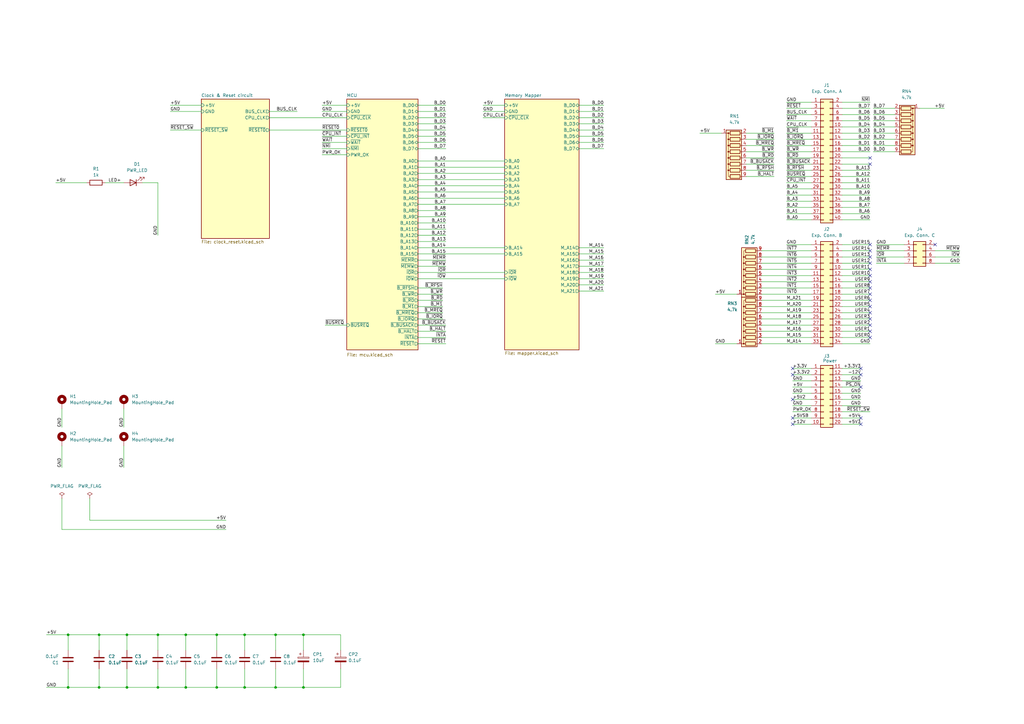
<source format=kicad_sch>
(kicad_sch (version 20231120) (generator "eeschema") (generator_version "8.0")
  (paper "A3")
  (title_block (title "SZC-1 board with Expansion Bus C V2") (date "2024-03-15") (rev "2.0"))
  (lib_symbols
    (symbol "Connector_Generic:Conn_02x04_Odd_Even" (pin_names (offset 1.016) hide)
      (property "Reference" "J" (at 1.27 5.08 0))
      (property "Value" "Conn_02x04_Odd_Even" (at 1.27 -7.62 0))
      (symbol "Conn_02x04_Odd_Even_1_1"
        (pin passive line (at -5.08 2.54 0) (length 3.81) (name "Pin_1") (number "1"))
        (pin passive line (at 7.62 2.54 180) (length 3.81) (name "Pin_2") (number "2"))
        (pin passive line (at -5.08 0 0) (length 3.81) (name "Pin_3") (number "3"))
        (pin passive line (at 7.62 0 180) (length 3.81) (name "Pin_4") (number "4"))
        (pin passive line (at -5.08 -2.54 0) (length 3.81) (name "Pin_5") (number "5"))
        (pin passive line (at 7.62 -2.54 180) (length 3.81) (name "Pin_6") (number "6"))
        (pin passive line (at -5.08 -5.08 0) (length 3.81) (name "Pin_7") (number "7"))
        (pin passive line (at 7.62 -5.08 180) (length 3.81) (name "Pin_8") (number "8"))
      )
    )
    (symbol "Connector_Generic:Conn_02x10_Top_Bottom" (pin_names (offset 1.016) hide)
      (property "Reference" "J" (at 1.27 12.7 0))
      (property "Value" "Conn_02x10_Top_Bottom" (at 1.27 -15.24 0))
      (symbol "Conn_02x10_Top_Bottom_1_1"
        (pin passive line (at -5.08 10.16 0) (length 3.81) (name "Pin_1") (number "1"))
        (pin passive line (at -5.08 -12.7 0) (length 3.81) (name "Pin_10") (number "10"))
        (pin passive line (at 7.62 10.16 180) (length 3.81) (name "Pin_11") (number "11"))
        (pin passive line (at 7.62 7.62 180) (length 3.81) (name "Pin_12") (number "12"))
        (pin passive line (at 7.62 5.08 180) (length 3.81) (name "Pin_13") (number "13"))
        (pin passive line (at 7.62 2.54 180) (length 3.81) (name "Pin_14") (number "14"))
        (pin passive line (at 7.62 0 180) (length 3.81) (name "Pin_15") (number "15"))
        (pin passive line (at 7.62 -2.54 180) (length 3.81) (name "Pin_16") (number "16"))
        (pin passive line (at 7.62 -5.08 180) (length 3.81) (name "Pin_17") (number "17"))
        (pin passive line (at 7.62 -7.62 180) (length 3.81) (name "Pin_18") (number "18"))
        (pin passive line (at 7.62 -10.16 180) (length 3.81) (name "Pin_19") (number "19"))
        (pin passive line (at -5.08 7.62 0) (length 3.81) (name "Pin_2") (number "2"))
        (pin passive line (at 7.62 -12.7 180) (length 3.81) (name "Pin_20") (number "20"))
        (pin passive line (at -5.08 5.08 0) (length 3.81) (name "Pin_3") (number "3"))
        (pin passive line (at -5.08 2.54 0) (length 3.81) (name "Pin_4") (number "4"))
        (pin passive line (at -5.08 0 0) (length 3.81) (name "Pin_5") (number "5"))
        (pin passive line (at -5.08 -2.54 0) (length 3.81) (name "Pin_6") (number "6"))
        (pin passive line (at -5.08 -5.08 0) (length 3.81) (name "Pin_7") (number "7"))
        (pin passive line (at -5.08 -7.62 0) (length 3.81) (name "Pin_8") (number "8"))
        (pin passive line (at -5.08 -10.16 0) (length 3.81) (name "Pin_9") (number "9"))
      )
    )
    (symbol "Connector_Generic:Conn_02x17_Odd_Even" (pin_names (offset 1.016) hide)
      (property "Reference" "J" (at 1.27 22.86 0))
      (property "Value" "Conn_02x17_Odd_Even" (at 1.27 -22.86 0))
      (symbol "Conn_02x17_Odd_Even_1_1"
        (pin passive line (at -5.08 20.32 0) (length 3.81) (name "Pin_1") (number "1"))
        (pin passive line (at 7.62 10.16 180) (length 3.81) (name "Pin_10") (number "10"))
        (pin passive line (at -5.08 7.62 0) (length 3.81) (name "Pin_11") (number "11"))
        (pin passive line (at 7.62 7.62 180) (length 3.81) (name "Pin_12") (number "12"))
        (pin passive line (at -5.08 5.08 0) (length 3.81) (name "Pin_13") (number "13"))
        (pin passive line (at 7.62 5.08 180) (length 3.81) (name "Pin_14") (number "14"))
        (pin passive line (at -5.08 2.54 0) (length 3.81) (name "Pin_15") (number "15"))
        (pin passive line (at 7.62 2.54 180) (length 3.81) (name "Pin_16") (number "16"))
        (pin passive line (at -5.08 0 0) (length 3.81) (name "Pin_17") (number "17"))
        (pin passive line (at 7.62 0 180) (length 3.81) (name "Pin_18") (number "18"))
        (pin passive line (at -5.08 -2.54 0) (length 3.81) (name "Pin_19") (number "19"))
        (pin passive line (at 7.62 20.32 180) (length 3.81) (name "Pin_2") (number "2"))
        (pin passive line (at 7.62 -2.54 180) (length 3.81) (name "Pin_20") (number "20"))
        (pin passive line (at -5.08 -5.08 0) (length 3.81) (name "Pin_21") (number "21"))
        (pin passive line (at 7.62 -5.08 180) (length 3.81) (name "Pin_22") (number "22"))
        (pin passive line (at -5.08 -7.62 0) (length 3.81) (name "Pin_23") (number "23"))
        (pin passive line (at 7.62 -7.62 180) (length 3.81) (name "Pin_24") (number "24"))
        (pin passive line (at -5.08 -10.16 0) (length 3.81) (name "Pin_25") (number "25"))
        (pin passive line (at 7.62 -10.16 180) (length 3.81) (name "Pin_26") (number "26"))
        (pin passive line (at -5.08 -12.7 0) (length 3.81) (name "Pin_27") (number "27"))
        (pin passive line (at 7.62 -12.7 180) (length 3.81) (name "Pin_28") (number "28"))
        (pin passive line (at -5.08 -15.24 0) (length 3.81) (name "Pin_29") (number "29"))
        (pin passive line (at -5.08 17.78 0) (length 3.81) (name "Pin_3") (number "3"))
        (pin passive line (at 7.62 -15.24 180) (length 3.81) (name "Pin_30") (number "30"))
        (pin passive line (at -5.08 -17.78 0) (length 3.81) (name "Pin_31") (number "31"))
        (pin passive line (at 7.62 -17.78 180) (length 3.81) (name "Pin_32") (number "32"))
        (pin passive line (at -5.08 -20.32 0) (length 3.81) (name "Pin_33") (number "33"))
        (pin passive line (at 7.62 -20.32 180) (length 3.81) (name "Pin_34") (number "34"))
        (pin passive line (at 7.62 17.78 180) (length 3.81) (name "Pin_4") (number "4"))
        (pin passive line (at -5.08 15.24 0) (length 3.81) (name "Pin_5") (number "5"))
        (pin passive line (at 7.62 15.24 180) (length 3.81) (name "Pin_6") (number "6"))
        (pin passive line (at -5.08 12.7 0) (length 3.81) (name "Pin_7") (number "7"))
        (pin passive line (at 7.62 12.7 180) (length 3.81) (name "Pin_8") (number "8"))
        (pin passive line (at -5.08 10.16 0) (length 3.81) (name "Pin_9") (number "9"))
      )
    )
    (symbol "Connector_Generic:Conn_02x20_Odd_Even" (pin_names (offset 1.016) hide)
      (property "Reference" "J" (at 1.27 25.4 0))
      (property "Value" "Conn_02x20_Odd_Even" (at 1.27 -27.94 0))
      (symbol "Conn_02x20_Odd_Even_1_1"
        (pin passive line (at -5.08 22.86 0) (length 3.81) (name "Pin_1") (number "1"))
        (pin passive line (at 7.62 12.7 180) (length 3.81) (name "Pin_10") (number "10"))
        (pin passive line (at -5.08 10.16 0) (length 3.81) (name "Pin_11") (number "11"))
        (pin passive line (at 7.62 10.16 180) (length 3.81) (name "Pin_12") (number "12"))
        (pin passive line (at -5.08 7.62 0) (length 3.81) (name "Pin_13") (number "13"))
        (pin passive line (at 7.62 7.62 180) (length 3.81) (name "Pin_14") (number "14"))
        (pin passive line (at -5.08 5.08 0) (length 3.81) (name "Pin_15") (number "15"))
        (pin passive line (at 7.62 5.08 180) (length 3.81) (name "Pin_16") (number "16"))
        (pin passive line (at -5.08 2.54 0) (length 3.81) (name "Pin_17") (number "17"))
        (pin passive line (at 7.62 2.54 180) (length 3.81) (name "Pin_18") (number "18"))
        (pin passive line (at -5.08 0 0) (length 3.81) (name "Pin_19") (number "19"))
        (pin passive line (at 7.62 22.86 180) (length 3.81) (name "Pin_2") (number "2"))
        (pin passive line (at 7.62 0 180) (length 3.81) (name "Pin_20") (number "20"))
        (pin passive line (at -5.08 -2.54 0) (length 3.81) (name "Pin_21") (number "21"))
        (pin passive line (at 7.62 -2.54 180) (length 3.81) (name "Pin_22") (number "22"))
        (pin passive line (at -5.08 -5.08 0) (length 3.81) (name "Pin_23") (number "23"))
        (pin passive line (at 7.62 -5.08 180) (length 3.81) (name "Pin_24") (number "24"))
        (pin passive line (at -5.08 -7.62 0) (length 3.81) (name "Pin_25") (number "25"))
        (pin passive line (at 7.62 -7.62 180) (length 3.81) (name "Pin_26") (number "26"))
        (pin passive line (at -5.08 -10.16 0) (length 3.81) (name "Pin_27") (number "27"))
        (pin passive line (at 7.62 -10.16 180) (length 3.81) (name "Pin_28") (number "28"))
        (pin passive line (at -5.08 -12.7 0) (length 3.81) (name "Pin_29") (number "29"))
        (pin passive line (at -5.08 20.32 0) (length 3.81) (name "Pin_3") (number "3"))
        (pin passive line (at 7.62 -12.7 180) (length 3.81) (name "Pin_30") (number "30"))
        (pin passive line (at -5.08 -15.24 0) (length 3.81) (name "Pin_31") (number "31"))
        (pin passive line (at 7.62 -15.24 180) (length 3.81) (name "Pin_32") (number "32"))
        (pin passive line (at -5.08 -17.78 0) (length 3.81) (name "Pin_33") (number "33"))
        (pin passive line (at 7.62 -17.78 180) (length 3.81) (name "Pin_34") (number "34"))
        (pin passive line (at -5.08 -20.32 0) (length 3.81) (name "Pin_35") (number "35"))
        (pin passive line (at 7.62 -20.32 180) (length 3.81) (name "Pin_36") (number "36"))
        (pin passive line (at -5.08 -22.86 0) (length 3.81) (name "Pin_37") (number "37"))
        (pin passive line (at 7.62 -22.86 180) (length 3.81) (name "Pin_38") (number "38"))
        (pin passive line (at -5.08 -25.4 0) (length 3.81) (name "Pin_39") (number "39"))
        (pin passive line (at 7.62 20.32 180) (length 3.81) (name "Pin_4") (number "4"))
        (pin passive line (at 7.62 -25.4 180) (length 3.81) (name "Pin_40") (number "40"))
        (pin passive line (at -5.08 17.78 0) (length 3.81) (name "Pin_5") (number "5"))
        (pin passive line (at 7.62 17.78 180) (length 3.81) (name "Pin_6") (number "6"))
        (pin passive line (at -5.08 15.24 0) (length 3.81) (name "Pin_7") (number "7"))
        (pin passive line (at 7.62 15.24 180) (length 3.81) (name "Pin_8") (number "8"))
        (pin passive line (at -5.08 12.7 0) (length 3.81) (name "Pin_9") (number "9"))
      )
    )
    (symbol "Device:C" (pin_numbers hide) (pin_names (offset 0.254))
      (property "Reference" "C" (at 0.635 2.54 0))
      (property "Value" "C" (at 0.635 -2.54 0))
      (symbol "C_1_1"
        (pin passive line (at 0 3.81 270) (length 2.794) (name "~") (number "1"))
        (pin passive line (at 0 -3.81 90) (length 2.794) (name "~") (number "2"))
      )
    )
    (symbol "Device:C_Polarized" (pin_numbers hide) (pin_names (offset 0.254))
      (property "Reference" "C" (at 0.635 2.54 0))
      (property "Value" "C_Polarized" (at 0.635 -2.54 0))
      (symbol "C_Polarized_1_1"
        (pin passive line (at 0 3.81 270) (length 2.794) (name "~") (number "1"))
        (pin passive line (at 0 -3.81 90) (length 2.794) (name "~") (number "2"))
      )
    )
    (symbol "Device:LED" (pin_numbers hide) (pin_names (offset 1.016) hide)
      (property "Reference" "D" (at 0 2.54 0))
      (property "Value" "LED" (at 0 -2.54 0))
      (symbol "LED_1_1"
        (pin passive line (at -3.81 0 0) (length 2.54) (name "K") (number "1"))
        (pin passive line (at 3.81 0 180) (length 2.54) (name "A") (number "2"))
      )
    )
    (symbol "Device:R" (pin_numbers hide) (pin_names (offset 0))
      (property "Reference" "R" (at 2.032 0 90))
      (property "Value" "R" (at 0 0 90))
      (symbol "R_1_1"
        (pin passive line (at 0 3.81 270) (length 1.27) (name "~") (number "1"))
        (pin passive line (at 0 -3.81 90) (length 1.27) (name "~") (number "2"))
      )
    )
    (symbol "Device:R_Network08" (pin_names (offset 0) hide)
      (property "Reference" "RN" (at -12.7 0 90))
      (property "Value" "R_Network08" (at 10.16 0 90))
      (symbol "R_Network08_1_1"
        (pin passive line (at -10.16 5.08 270) (length 2.54) (name "common") (number "1"))
        (pin passive line (at -10.16 -5.08 90) (length 1.27) (name "R1") (number "2"))
        (pin passive line (at -7.62 -5.08 90) (length 1.27) (name "R2") (number "3"))
        (pin passive line (at -5.08 -5.08 90) (length 1.27) (name "R3") (number "4"))
        (pin passive line (at -2.54 -5.08 90) (length 1.27) (name "R4") (number "5"))
        (pin passive line (at 0 -5.08 90) (length 1.27) (name "R5") (number "6"))
        (pin passive line (at 2.54 -5.08 90) (length 1.27) (name "R6") (number "7"))
        (pin passive line (at 5.08 -5.08 90) (length 1.27) (name "R7") (number "8"))
        (pin passive line (at 7.62 -5.08 90) (length 1.27) (name "R8") (number "9"))
      )
    )
    (symbol "Mechanical:MountingHole_Pad" (pin_numbers hide) (pin_names (offset 1.016) hide)
      (property "Reference" "H" (at 0 6.35 0))
      (property "Value" "MountingHole_Pad" (at 0 4.445 0))
      (symbol "MountingHole_Pad_1_1"
        (pin input line (at 0 -2.54 90) (length 2.54) (name "1") (number "1"))
      )
    )
    (symbol "power:PWR_FLAG" (power) (pin_numbers hide) (pin_names (offset 0) hide)
      (property "Value" "PWR_FLAG" (at 0 3.81 0))
      (symbol "PWR_FLAG_0_0"
        (pin power_out line (at 0 0 90) (length 0) (name "~") (number "1"))
      )
    )
  )
  (junction (at 40.64 260.35))
  (junction (at 88.9 281.94))
  (junction (at 124.46 281.94))
  (junction (at 64.77 260.35))
  (junction (at 124.46 260.35))
  (junction (at 113.03 260.35))
  (junction (at 76.2 281.94))
  (junction (at 76.2 260.35))
  (junction (at 100.33 281.94))
  (junction (at 27.94 281.94))
  (junction (at 88.9 260.35))
  (junction (at 64.77 281.94))
  (junction (at 27.94 260.35))
  (junction (at 40.64 281.94))
  (junction (at 113.03 281.94))
  (junction (at 100.33 260.35))
  (junction (at 52.07 260.35))
  (junction (at 52.07 281.94))
  (no_connect (at 325.12 151.13))
  (no_connect (at 325.12 171.45))
  (no_connect (at 356.87 133.35))
  (no_connect (at 383.54 100.33))
  (no_connect (at 356.87 115.57))
  (no_connect (at 356.87 135.89))
  (no_connect (at 356.87 110.49))
  (no_connect (at 356.87 107.95))
  (no_connect (at 356.87 64.77))
  (no_connect (at 325.12 153.67))
  (no_connect (at 356.87 113.03))
  (no_connect (at 356.87 128.27))
  (no_connect (at 353.06 158.75))
  (no_connect (at 356.87 102.87))
  (no_connect (at 353.06 153.67))
  (no_connect (at 356.87 138.43))
  (no_connect (at 356.87 67.31))
  (no_connect (at 356.87 120.65))
  (no_connect (at 356.87 130.81))
  (no_connect (at 356.87 125.73))
  (no_connect (at 356.87 118.11))
  (no_connect (at 325.12 173.99))
  (no_connect (at 356.87 105.41))
  (no_connect (at 325.12 163.83))
  (no_connect (at 353.06 171.45))
  (no_connect (at 356.87 100.33))
  (no_connect (at 356.87 123.19))
  (no_connect (at 353.06 151.13))
  (no_connect (at 353.06 173.99))
  (wire (pts (xy 171.45 111.76) (xy 207.01 111.76)))
  (wire (pts (xy 171.45 76.2) (xy 207.01 76.2)))
  (wire (pts (xy 356.87 57.15) (xy 345.44 57.15)))
  (wire (pts (xy 182.88 135.89) (xy 171.45 135.89)))
  (wire (pts (xy 237.49 50.8) (xy 247.65 50.8)))
  (wire (pts (xy 64.77 260.35) (xy 76.2 260.35)))
  (wire (pts (xy 383.54 102.87) (xy 393.7 102.87)))
  (wire (pts (xy 25.4 204.47) (xy 25.4 217.17)))
  (wire (pts (xy 43.18 74.93) (xy 50.8 74.93)))
  (wire (pts (xy 359.41 100.33) (xy 370.84 100.33)))
  (wire (pts (xy 312.42 105.41) (xy 332.74 105.41)))
  (wire (pts (xy 387.35 44.45) (xy 377.19 44.45)))
  (wire (pts (xy 171.45 114.3) (xy 207.01 114.3)))
  (wire (pts (xy 312.42 107.95) (xy 332.74 107.95)))
  (wire (pts (xy 69.85 53.34) (xy 82.55 53.34)))
  (wire (pts (xy 322.58 57.15) (xy 332.74 57.15)))
  (wire (pts (xy 317.5 67.31) (xy 306.07 67.31)))
  (wire (pts (xy 353.06 151.13) (xy 345.44 151.13)))
  (wire (pts (xy 322.58 67.31) (xy 332.74 67.31)))
  (wire (pts (xy 345.44 110.49) (xy 356.87 110.49)))
  (wire (pts (xy 19.05 260.35) (xy 27.94 260.35)))
  (wire (pts (xy 121.92 45.72) (xy 110.49 45.72)))
  (wire (pts (xy 302.26 140.97) (xy 293.37 140.97)))
  (wire (pts (xy 52.07 274.32) (xy 52.07 281.94)))
  (wire (pts (xy 50.8 167.64) (xy 50.8 175.26)))
  (wire (pts (xy 171.45 60.96) (xy 182.88 60.96)))
  (wire (pts (xy 171.45 101.6) (xy 207.01 101.6)))
  (wire (pts (xy 27.94 274.32) (xy 27.94 281.94)))
  (wire (pts (xy 325.12 173.99) (xy 332.74 173.99)))
  (wire (pts (xy 353.06 171.45) (xy 345.44 171.45)))
  (wire (pts (xy 367.03 52.07) (xy 358.14 52.07)))
  (wire (pts (xy 182.88 133.35) (xy 171.45 133.35)))
  (wire (pts (xy 312.42 133.35) (xy 332.74 133.35)))
  (wire (pts (xy 312.42 120.65) (xy 332.74 120.65)))
  (wire (pts (xy 40.64 274.32) (xy 40.64 281.94)))
  (wire (pts (xy 171.45 71.12) (xy 207.01 71.12)))
  (wire (pts (xy 27.94 260.35) (xy 40.64 260.35)))
  (wire (pts (xy 182.88 86.36) (xy 171.45 86.36)))
  (wire (pts (xy 356.87 62.23) (xy 345.44 62.23)))
  (wire (pts (xy 182.88 93.98) (xy 171.45 93.98)))
  (wire (pts (xy 113.03 274.32) (xy 113.03 281.94)))
  (wire (pts (xy 370.84 105.41) (xy 359.41 105.41)))
  (wire (pts (xy 322.58 90.17) (xy 332.74 90.17)))
  (wire (pts (xy 356.87 140.97) (xy 345.44 140.97)))
  (wire (pts (xy 356.87 72.39) (xy 345.44 72.39)))
  (wire (pts (xy 317.5 59.69) (xy 306.07 59.69)))
  (wire (pts (xy 76.2 260.35) (xy 88.9 260.35)))
  (wire (pts (xy 181.61 128.27) (xy 171.45 128.27)))
  (wire (pts (xy 132.08 43.18) (xy 142.24 43.18)))
  (wire (pts (xy 356.87 77.47) (xy 345.44 77.47)))
  (wire (pts (xy 25.4 182.88) (xy 25.4 191.77)))
  (wire (pts (xy 171.45 138.43) (xy 182.88 138.43)))
  (wire (pts (xy 370.84 102.87) (xy 359.41 102.87)))
  (wire (pts (xy 322.58 62.23) (xy 332.74 62.23)))
  (wire (pts (xy 325.12 166.37) (xy 332.74 166.37)))
  (wire (pts (xy 356.87 82.55) (xy 345.44 82.55)))
  (wire (pts (xy 182.88 109.22) (xy 171.45 109.22)))
  (wire (pts (xy 100.33 260.35) (xy 113.03 260.35)))
  (wire (pts (xy 171.45 68.58) (xy 207.01 68.58)))
  (wire (pts (xy 353.06 166.37) (xy 345.44 166.37)))
  (wire (pts (xy 345.44 107.95) (xy 356.87 107.95)))
  (wire (pts (xy 182.88 106.68) (xy 171.45 106.68)))
  (wire (pts (xy 325.12 158.75) (xy 332.74 158.75)))
  (wire (pts (xy 356.87 74.93) (xy 345.44 74.93)))
  (wire (pts (xy 182.88 99.06) (xy 171.45 99.06)))
  (wire (pts (xy 19.05 281.94) (xy 27.94 281.94)))
  (wire (pts (xy 132.08 55.88) (xy 142.24 55.88)))
  (wire (pts (xy 124.46 260.35) (xy 124.46 266.7)))
  (wire (pts (xy 322.58 74.93) (xy 332.74 74.93)))
  (wire (pts (xy 124.46 260.35) (xy 139.7 260.35)))
  (wire (pts (xy 317.5 54.61) (xy 306.07 54.61)))
  (wire (pts (xy 356.87 69.85) (xy 345.44 69.85)))
  (wire (pts (xy 356.87 123.19) (xy 345.44 123.19)))
  (wire (pts (xy 356.87 135.89) (xy 345.44 135.89)))
  (wire (pts (xy 356.87 44.45) (xy 345.44 44.45)))
  (wire (pts (xy 322.58 64.77) (xy 332.74 64.77)))
  (wire (pts (xy 317.5 72.39) (xy 306.07 72.39)))
  (wire (pts (xy 198.12 43.18) (xy 207.01 43.18)))
  (wire (pts (xy 52.07 260.35) (xy 64.77 260.35)))
  (wire (pts (xy 356.87 54.61) (xy 345.44 54.61)))
  (wire (pts (xy 356.87 67.31) (xy 345.44 67.31)))
  (wire (pts (xy 356.87 128.27) (xy 345.44 128.27)))
  (wire (pts (xy 356.87 130.81) (xy 345.44 130.81)))
  (wire (pts (xy 353.06 156.21) (xy 345.44 156.21)))
  (wire (pts (xy 207.01 48.26) (xy 198.12 48.26)))
  (wire (pts (xy 25.4 217.17) (xy 92.71 217.17)))
  (wire (pts (xy 36.83 213.36) (xy 92.71 213.36)))
  (wire (pts (xy 27.94 281.94) (xy 40.64 281.94)))
  (wire (pts (xy 353.06 153.67) (xy 345.44 153.67)))
  (wire (pts (xy 325.12 153.67) (xy 332.74 153.67)))
  (wire (pts (xy 322.58 49.53) (xy 332.74 49.53)))
  (wire (pts (xy 356.87 80.01) (xy 345.44 80.01)))
  (wire (pts (xy 345.44 102.87) (xy 356.87 102.87)))
  (wire (pts (xy 356.87 120.65) (xy 345.44 120.65)))
  (wire (pts (xy 181.61 123.19) (xy 171.45 123.19)))
  (wire (pts (xy 322.58 69.85) (xy 332.74 69.85)))
  (wire (pts (xy 322.58 80.01) (xy 332.74 80.01)))
  (wire (pts (xy 25.4 167.64) (xy 25.4 175.26)))
  (wire (pts (xy 322.58 59.69) (xy 332.74 59.69)))
  (wire (pts (xy 312.42 113.03) (xy 332.74 113.03)))
  (wire (pts (xy 293.37 120.65) (xy 302.26 120.65)))
  (wire (pts (xy 312.42 102.87) (xy 332.74 102.87)))
  (wire (pts (xy 322.58 46.99) (xy 332.74 46.99)))
  (wire (pts (xy 171.45 83.82) (xy 207.01 83.82)))
  (wire (pts (xy 110.49 48.26) (xy 142.24 48.26)))
  (wire (pts (xy 182.88 91.44) (xy 171.45 91.44)))
  (wire (pts (xy 40.64 266.7) (xy 40.64 260.35)))
  (wire (pts (xy 88.9 266.7) (xy 88.9 260.35)))
  (wire (pts (xy 132.08 60.96) (xy 142.24 60.96)))
  (wire (pts (xy 247.65 116.84) (xy 237.49 116.84)))
  (wire (pts (xy 124.46 281.94) (xy 124.46 274.32)))
  (wire (pts (xy 181.61 118.11) (xy 171.45 118.11)))
  (wire (pts (xy 171.45 58.42) (xy 182.88 58.42)))
  (wire (pts (xy 237.49 43.18) (xy 247.65 43.18)))
  (wire (pts (xy 345.44 118.11) (xy 356.87 118.11)))
  (wire (pts (xy 325.12 163.83) (xy 332.74 163.83)))
  (wire (pts (xy 76.2 274.32) (xy 76.2 281.94)))
  (wire (pts (xy 322.58 52.07) (xy 332.74 52.07)))
  (wire (pts (xy 88.9 274.32) (xy 88.9 281.94)))
  (wire (pts (xy 356.87 87.63) (xy 345.44 87.63)))
  (wire (pts (xy 312.42 123.19) (xy 332.74 123.19)))
  (wire (pts (xy 64.77 274.32) (xy 64.77 281.94)))
  (wire (pts (xy 345.44 161.29) (xy 353.06 161.29)))
  (wire (pts (xy 383.54 105.41) (xy 393.7 105.41)))
  (wire (pts (xy 171.45 55.88) (xy 182.88 55.88)))
  (wire (pts (xy 367.03 49.53) (xy 358.14 49.53)))
  (wire (pts (xy 322.58 72.39) (xy 332.74 72.39)))
  (wire (pts (xy 181.61 120.65) (xy 171.45 120.65)))
  (wire (pts (xy 88.9 281.94) (xy 100.33 281.94)))
  (wire (pts (xy 181.61 130.81) (xy 171.45 130.81)))
  (wire (pts (xy 171.45 48.26) (xy 182.88 48.26)))
  (wire (pts (xy 317.5 62.23) (xy 306.07 62.23)))
  (wire (pts (xy 367.03 54.61) (xy 358.14 54.61)))
  (wire (pts (xy 52.07 266.7) (xy 52.07 260.35)))
  (wire (pts (xy 76.2 281.94) (xy 88.9 281.94)))
  (wire (pts (xy 325.12 151.13) (xy 332.74 151.13)))
  (wire (pts (xy 393.7 107.95) (xy 383.54 107.95)))
  (wire (pts (xy 356.87 85.09) (xy 345.44 85.09)))
  (wire (pts (xy 247.65 104.14) (xy 237.49 104.14)))
  (wire (pts (xy 52.07 281.94) (xy 64.77 281.94)))
  (wire (pts (xy 237.49 60.96) (xy 247.65 60.96)))
  (wire (pts (xy 171.45 104.14) (xy 207.01 104.14)))
  (wire (pts (xy 367.03 62.23) (xy 358.14 62.23)))
  (wire (pts (xy 88.9 260.35) (xy 100.33 260.35)))
  (wire (pts (xy 171.45 50.8) (xy 182.88 50.8)))
  (wire (pts (xy 353.06 163.83) (xy 345.44 163.83)))
  (wire (pts (xy 322.58 77.47) (xy 332.74 77.47)))
  (wire (pts (xy 356.87 125.73) (xy 345.44 125.73)))
  (wire (pts (xy 356.87 133.35) (xy 345.44 133.35)))
  (wire (pts (xy 312.42 125.73) (xy 332.74 125.73)))
  (wire (pts (xy 64.77 281.94) (xy 76.2 281.94)))
  (wire (pts (xy 27.94 266.7) (xy 27.94 260.35)))
  (wire (pts (xy 237.49 48.26) (xy 247.65 48.26)))
  (wire (pts (xy 139.7 281.94) (xy 139.7 274.32)))
  (wire (pts (xy 76.2 266.7) (xy 76.2 260.35)))
  (wire (pts (xy 171.45 43.18) (xy 182.88 43.18)))
  (wire (pts (xy 171.45 53.34) (xy 182.88 53.34)))
  (wire (pts (xy 171.45 81.28) (xy 207.01 81.28)))
  (wire (pts (xy 325.12 168.91) (xy 332.74 168.91)))
  (wire (pts (xy 353.06 173.99) (xy 345.44 173.99)))
  (wire (pts (xy 325.12 171.45) (xy 332.74 171.45)))
  (wire (pts (xy 322.58 85.09) (xy 332.74 85.09)))
  (wire (pts (xy 171.45 73.66) (xy 207.01 73.66)))
  (wire (pts (xy 142.24 63.5) (xy 132.08 63.5)))
  (wire (pts (xy 171.45 45.72) (xy 182.88 45.72)))
  (wire (pts (xy 367.03 59.69) (xy 358.14 59.69)))
  (wire (pts (xy 171.45 66.04) (xy 207.01 66.04)))
  (wire (pts (xy 322.58 100.33) (xy 332.74 100.33)))
  (wire (pts (xy 367.03 46.99) (xy 358.14 46.99)))
  (wire (pts (xy 317.5 64.77) (xy 306.07 64.77)))
  (wire (pts (xy 22.86 74.93) (xy 35.56 74.93)))
  (wire (pts (xy 64.77 74.93) (xy 64.77 96.52)))
  (wire (pts (xy 312.42 130.81) (xy 332.74 130.81)))
  (wire (pts (xy 356.87 52.07) (xy 345.44 52.07)))
  (wire (pts (xy 317.5 69.85) (xy 306.07 69.85)))
  (wire (pts (xy 356.87 90.17) (xy 345.44 90.17)))
  (wire (pts (xy 312.42 115.57) (xy 332.74 115.57)))
  (wire (pts (xy 40.64 260.35) (xy 52.07 260.35)))
  (wire (pts (xy 312.42 128.27) (xy 332.74 128.27)))
  (wire (pts (xy 237.49 55.88) (xy 247.65 55.88)))
  (wire (pts (xy 353.06 158.75) (xy 345.44 158.75)))
  (wire (pts (xy 64.77 266.7) (xy 64.77 260.35)))
  (wire (pts (xy 181.61 125.73) (xy 171.45 125.73)))
  (wire (pts (xy 50.8 182.88) (xy 50.8 191.77)))
  (wire (pts (xy 367.03 44.45) (xy 358.14 44.45)))
  (wire (pts (xy 317.5 57.15) (xy 306.07 57.15)))
  (wire (pts (xy 64.77 74.93) (xy 58.42 74.93)))
  (wire (pts (xy 182.88 140.97) (xy 171.45 140.97)))
  (wire (pts (xy 322.58 87.63) (xy 332.74 87.63)))
  (wire (pts (xy 356.87 64.77) (xy 345.44 64.77)))
  (wire (pts (xy 142.24 133.35) (xy 133.35 133.35)))
  (wire (pts (xy 100.33 281.94) (xy 113.03 281.94)))
  (wire (pts (xy 367.03 57.15) (xy 358.14 57.15)))
  (wire (pts (xy 322.58 41.91) (xy 332.74 41.91)))
  (wire (pts (xy 247.65 111.76) (xy 237.49 111.76)))
  (wire (pts (xy 356.87 41.91) (xy 345.44 41.91)))
  (wire (pts (xy 345.44 113.03) (xy 356.87 113.03)))
  (wire (pts (xy 124.46 281.94) (xy 139.7 281.94)))
  (wire (pts (xy 113.03 266.7) (xy 113.03 260.35)))
  (wire (pts (xy 113.03 260.35) (xy 124.46 260.35)))
  (wire (pts (xy 69.85 43.18) (xy 82.55 43.18)))
  (wire (pts (xy 247.65 101.6) (xy 237.49 101.6)))
  (wire (pts (xy 359.41 107.95) (xy 370.84 107.95)))
  (wire (pts (xy 142.24 45.72) (xy 132.08 45.72)))
  (wire (pts (xy 356.87 49.53) (xy 345.44 49.53)))
  (wire (pts (xy 356.87 138.43) (xy 345.44 138.43)))
  (wire (pts (xy 312.42 135.89) (xy 332.74 135.89)))
  (wire (pts (xy 247.65 109.22) (xy 237.49 109.22)))
  (wire (pts (xy 312.42 110.49) (xy 332.74 110.49)))
  (wire (pts (xy 182.88 96.52) (xy 171.45 96.52)))
  (wire (pts (xy 139.7 260.35) (xy 139.7 266.7)))
  (wire (pts (xy 356.87 168.91) (xy 345.44 168.91)))
  (wire (pts (xy 312.42 140.97) (xy 332.74 140.97)))
  (wire (pts (xy 322.58 44.45) (xy 332.74 44.45)))
  (wire (pts (xy 110.49 53.34) (xy 142.24 53.34)))
  (wire (pts (xy 325.12 156.21) (xy 332.74 156.21)))
  (wire (pts (xy 132.08 58.42) (xy 142.24 58.42)))
  (wire (pts (xy 345.44 100.33) (xy 356.87 100.33)))
  (wire (pts (xy 345.44 105.41) (xy 356.87 105.41)))
  (wire (pts (xy 312.42 118.11) (xy 332.74 118.11)))
  (wire (pts (xy 171.45 78.74) (xy 207.01 78.74)))
  (wire (pts (xy 113.03 281.94) (xy 124.46 281.94)))
  (wire (pts (xy 247.65 106.68) (xy 237.49 106.68)))
  (wire (pts (xy 312.42 138.43) (xy 332.74 138.43)))
  (wire (pts (xy 247.65 114.3) (xy 237.49 114.3)))
  (wire (pts (xy 100.33 274.32) (xy 100.33 281.94)))
  (wire (pts (xy 287.02 54.61) (xy 295.91 54.61)))
  (wire (pts (xy 237.49 58.42) (xy 247.65 58.42)))
  (wire (pts (xy 325.12 161.29) (xy 332.74 161.29)))
  (wire (pts (xy 345.44 115.57) (xy 356.87 115.57)))
  (wire (pts (xy 207.01 45.72) (xy 198.12 45.72)))
  (wire (pts (xy 40.64 281.94) (xy 52.07 281.94)))
  (wire (pts (xy 100.33 266.7) (xy 100.33 260.35)))
  (wire (pts (xy 356.87 46.99) (xy 345.44 46.99)))
  (wire (pts (xy 237.49 45.72) (xy 247.65 45.72)))
  (wire (pts (xy 182.88 88.9) (xy 171.45 88.9)))
  (wire (pts (xy 356.87 59.69) (xy 345.44 59.69)))
  (wire (pts (xy 322.58 82.55) (xy 332.74 82.55)))
  (wire (pts (xy 36.83 204.47) (xy 36.83 213.36)))
  (wire (pts (xy 247.65 119.38) (xy 237.49 119.38)))
  (wire (pts (xy 82.55 45.72) (xy 69.85 45.72)))
  (wire (pts (xy 237.49 53.34) (xy 247.65 53.34)))
  (wire (pts (xy 322.58 54.61) (xy 332.74 54.61)))
  (label "GND" (at 50.8 175.26 90))
  (label "M_A17" (at 247.65 109.22 180))
  (label "CPU_CLK" (at 132.08 48.26 0))
  (label "~{IOW}" (at 393.7 105.41 180))
  (label "~{RESET}" (at 322.58 44.45 0))
  (label "B_D4" (at 358.14 52.07 0))
  (label "GND" (at 25.4 191.77 90))
  (label "USER9" (at 356.87 115.57 180))
  (label "B_D0" (at 182.88 43.18 180))
  (label "B_A15" (at 182.88 104.14 180))
  (label "GND" (at 353.06 163.83 180))
  (label "~{CPU_INT}" (at 322.58 74.93 0))
  (label "M_A20" (at 247.65 116.84 180))
  (label "+5V" (at 19.05 260.35 0))
  (label "B_A3" (at 182.88 73.66 180))
  (label "B_A1" (at 322.58 87.63 0))
  (label "GND" (at 50.8 191.77 90))
  (label "B_A9" (at 356.87 80.01 180))
  (label "B_D2" (at 182.88 48.26 180))
  (label "USER7" (at 356.87 120.65 180))
  (label "B_D4" (at 356.87 52.07 180))
  (label "USER5" (at 356.87 125.73 180))
  (label "B_A7" (at 182.88 83.82 180))
  (label "GND" (at 322.58 41.91 0))
  (label "B_A8" (at 182.88 86.36 180))
  (label "B_A8" (at 356.87 82.55 180))
  (label "~{B_HALT}" (at 182.88 135.89 180))
  (label "+5V2" (at 325.12 163.83 0))
  (label "~{PS_ON}" (at 353.06 158.75 180))
  (label "B_A5" (at 322.58 77.47 0))
  (label "B_D6" (at 358.14 46.99 0))
  (label "M_A14" (at 322.58 140.97 0))
  (label "M_A16" (at 247.65 106.68 180))
  (label "B_A4" (at 322.58 80.01 0))
  (label "~{INT1}" (at 322.58 118.11 0))
  (label "~{RESET_SW}" (at 69.85 53.34 0))
  (label "BUS_CLK" (at 322.58 46.99 0))
  (label "~{INT0}" (at 322.58 120.65 0))
  (label "~{B_MREQ}" (at 181.61 128.27 180))
  (label "~{RESET0}" (at 132.08 53.34 0))
  (label "~{B_M1}" (at 322.58 54.61 0))
  (label "GND" (at 322.58 100.33 0))
  (label "B_A6" (at 356.87 87.63 180))
  (label "USER10" (at 356.87 113.03 180))
  (label "B_A3" (at 322.58 82.55 0))
  (label "B_D5" (at 356.87 49.53 180))
  (label "B_D3" (at 356.87 54.61 180))
  (label "+5V" (at 92.71 213.36 180))
  (label "~{B_IORQ}" (at 317.5 57.15 180))
  (label "~{B_RFSH}" (at 322.58 69.85 0))
  (label "USER13" (at 356.87 105.41 180))
  (label "USER2" (at 356.87 133.35 180))
  (label "~{IOR}" (at 359.41 105.41 0))
  (label "B_D6" (at 182.88 58.42 180))
  (label "B_D1" (at 247.65 45.72 180))
  (label "B_A7" (at 356.87 85.09 180))
  (label "+5V" (at 132.08 43.18 0))
  (label "B_A6" (at 182.88 81.28 180))
  (label "~{B_BUSACK}" (at 182.88 133.35 180))
  (label "CPU_CLK" (at 322.58 52.07 0))
  (label "B_D7" (at 182.88 60.96 180))
  (label "GND" (at 325.12 156.21 0))
  (label "GND" (at 25.4 175.26 90))
  (label "B_D6" (at 356.87 46.99 180))
  (label "B_D5" (at 182.88 55.88 180))
  (label "USER14" (at 356.87 102.87 180))
  (label "B_D6" (at 247.65 58.42 180))
  (label "~{B_RD}" (at 317.5 64.77 180))
  (label "USER6" (at 356.87 123.19 180))
  (label "~{MEMW}" (at 182.88 109.22 180))
  (label "GND" (at 92.71 217.17 180))
  (label "B_A0" (at 182.88 66.04 180))
  (label "M_A20" (at 322.58 125.73 0))
  (label "USER8" (at 356.87 118.11 180))
  (label "~{NMI}" (at 356.87 41.91 180))
  (label "PWR_OK" (at 325.12 168.91 0))
  (label "~{WAIT}" (at 322.58 49.53 0))
  (label "B_A11" (at 356.87 74.93 180))
  (label "+5V3" (at 353.06 173.99 180))
  (label "GND" (at 359.41 100.33 0))
  (label "B_D7" (at 356.87 44.45 180))
  (label "M_A19" (at 247.65 114.3 180))
  (label "B_D3" (at 182.88 50.8 180))
  (label "~{B_RD}" (at 181.61 123.19 180))
  (label "+5V" (at 293.37 120.65 0))
  (label "~{B_IORQ}" (at 181.61 130.81 180))
  (label "B_D7" (at 358.14 44.45 0))
  (label "B_D3" (at 358.14 54.61 0))
  (label "B_A13" (at 356.87 69.85 180))
  (label "~{INTA}" (at 359.41 107.95 0))
  (label "-12V" (at 353.06 153.67 180))
  (label "B_A4" (at 182.88 76.2 180))
  (label "BUS_CLK" (at 121.92 45.72 180))
  (label "M_A21" (at 247.65 119.38 180))
  (label "PWR_OK" (at 132.08 63.5 0))
  (label "~{B_BUSACK}" (at 322.58 67.31 0))
  (label "~{B_HALT}" (at 317.5 72.39 180))
  (label "B_D3" (at 247.65 50.8 180))
  (label "M_A15" (at 322.58 138.43 0))
  (label "B_A10" (at 356.87 77.47 180))
  (label "USER4" (at 356.87 128.27 180))
  (label "~{B_MREQ}" (at 322.58 59.69 0))
  (label "+5V" (at 387.35 44.45 180))
  (label "USER11" (at 356.87 110.49 180))
  (label "B_D4" (at 247.65 53.34 180))
  (label "~{IOR}" (at 182.88 111.76 180))
  (label "B_D7" (at 247.65 60.96 180))
  (label "+3.3V" (at 325.12 151.13 0))
  (label "B_A9" (at 182.88 88.9 180))
  (label "+5V" (at 198.12 43.18 0))
  (label "USER0" (at 356.87 138.43 180))
  (label "~{INT5}" (at 322.58 107.95 0))
  (label "M_A16" (at 322.58 135.89 0))
  (label "~{BUSREQ}" (at 133.35 133.35 0))
  (label "GND" (at 293.37 140.97 0))
  (label "~{RESET_SW}" (at 356.87 168.91 180))
  (label "~{B_MREQ}" (at 317.5 59.69 180))
  (label "B_D0" (at 356.87 62.23 180))
  (label "B_A2" (at 182.88 71.12 180))
  (label "+3.3V3" (at 353.06 151.13 180))
  (label "+5VSB" (at 325.12 171.45 0))
  (label "~{MEMR}" (at 359.41 102.87 0))
  (label "~{INTA}" (at 182.88 138.43 180))
  (label "+3.3V2" (at 325.12 153.67 0))
  (label "GND" (at 132.08 45.72 0))
  (label "~{B_M1}" (at 181.61 125.73 180))
  (label "GND" (at 353.06 156.21 180))
  (label "B_A5" (at 182.88 78.74 180))
  (label "GND" (at 325.12 166.37 0))
  (label "USER1" (at 356.87 135.89 180))
  (label "B_A14" (at 182.88 101.6 180))
  (label "B_A13" (at 182.88 99.06 180))
  (label "B_D5" (at 247.65 55.88 180))
  (label "~{B_M1}" (at 317.5 54.61 180))
  (label "M_A19" (at 322.58 128.27 0))
  (label "~{B_RFSH}" (at 317.5 69.85 180))
  (label "~{B_WR}" (at 322.58 62.23 0))
  (label "GND" (at 356.87 90.17 180))
  (label "B_D2" (at 356.87 57.15 180))
  (label "~{INT6}" (at 322.58 105.41 0))
  (label "~{INT2}" (at 322.58 115.57 0))
  (label "GND" (at 64.77 96.52 90))
  (label "~{NMI}" (at 132.08 60.96 0))
  (label "GND" (at 198.12 45.72 0))
  (label "B_A2" (at 322.58 85.09 0))
  (label "~{B_WR}" (at 181.61 120.65 180))
  (label "USER15" (at 356.87 100.33 180))
  (label "B_D0" (at 247.65 43.18 180))
  (label "CPU_CLK" (at 198.12 48.26 0))
  (label "M_A21" (at 322.58 123.19 0))
  (label "M_A18" (at 322.58 130.81 0))
  (label "B_A0" (at 322.58 90.17 0))
  (label "B_A12" (at 356.87 72.39 180))
  (label "M_A14" (at 247.65 101.6 180))
  (label "B_A11" (at 182.88 93.98 180))
  (label "B_D1" (at 182.88 45.72 180))
  (label "B_D2" (at 358.14 57.15 0))
  (label "+5V4" (at 353.06 171.45 180))
  (label "+5V" (at 325.12 158.75 0))
  (label "B_A1" (at 182.88 68.58 180))
  (label "+5V" (at 69.85 43.18 0))
  (label "GND" (at 353.06 166.37 180))
  (label "~{B_IORQ}" (at 322.58 57.15 0))
  (label "~{MEMW}" (at 393.7 102.87 180))
  (label "GND" (at 393.7 107.95 180))
  (label "~{B_RFSH}" (at 181.61 118.11 180))
  (label "USER12" (at 356.87 107.95 180))
  (label "~{CPU_INT}" (at 132.08 55.88 0))
  (label "B_D0" (at 358.14 62.23 0))
  (label "LED+" (at 44.45 74.93 0))
  (label "~{IOW}" (at 182.88 114.3 180))
  (label "+12V" (at 325.12 173.99 0))
  (label "~{B_RD}" (at 322.58 64.77 0))
  (label "M_A15" (at 247.65 104.14 180))
  (label "~{WAIT}" (at 132.08 58.42 0))
  (label "B_D4" (at 182.88 53.34 180))
  (label "GND" (at 69.85 45.72 0))
  (label "M_A17" (at 322.58 133.35 0))
  (label "M_A18" (at 247.65 111.76 180))
  (label "~{BUSREQ}" (at 322.58 72.39 0))
  (label "GND" (at 353.06 161.29 180))
  (label "~{INT4}" (at 322.58 110.49 0))
  (label "~{INT7}" (at 322.58 102.87 0))
  (label "B_A10" (at 182.88 91.44 180))
  (label "+5V" (at 22.86 74.93 0))
  (label "+5V" (at 287.02 54.61 0))
  (label "GND" (at 356.87 140.97 180))
  (label "~{B_BUSACK}" (at 317.5 67.31 180))
  (label "B_D1" (at 356.87 59.69 180))
  (label "B_A12" (at 182.88 96.52 180))
  (label "~{RESET}" (at 182.88 140.97 180))
  (label "USER3" (at 356.87 130.81 180))
  (label "B_D5" (at 358.14 49.53 0))
  (label "GND" (at 19.05 281.94 0))
  (label "GND" (at 325.12 161.29 0))
  (label "~{MEMR}" (at 182.88 106.68 180))
  (label "B_D1" (at 358.14 59.69 0))
  (label "~{INT3}" (at 322.58 113.03 0))
  (label "B_D2" (at 247.65 48.26 180))
  (label "~{B_WR}" (at 317.5 62.23 180))
  (symbol (lib_id "Device:C") (at 100.33 270.51 0) (unit 1)
    (property "Reference" "C7" (at 103.505 269.24 0) (effects (justify left)))
    (property "Value" "0.1uF" (at 103.505 271.78 0) (effects (justify left)))
    (property "Footprint" "Capacitor_THT:C_Disc_D5.0mm_W2.5mm_P2.50mm" (effects (hide yes)))
    (property "Description" "±10% 50V 100nF X7R Plugin,P=5mm Multilayer Ceramic Capacitors MLCC - Leaded ROHS " (effects (hide yes)))
    (property "MPN" "FG28X7R1H104KNT06" (effects (hide yes)))
    (property "Manufacturer" "TDK" (effects (hide yes)))
    (property "Package" " Plugin,P=5mm" (effects (hide yes)))
  )
  (symbol (lib_id "power:PWR_FLAG") (at 36.83 204.47 0) (unit 1)
    (property "Reference" "#FLG02" (effects (hide yes)))
    (property "Value" "PWR_FLAG" (at 36.83 199.39 0))
    (property "Description" "Special symbol for telling ERC where power comes from" (effects (hide yes)))
  )
  (symbol (lib_id "Device:R_Network08") (at 307.34 110.49 90) (unit 1)
    (property "Reference" "RN2" (at 306.324 100.33 0) (effects (justify left)))
    (property "Value" "4.7k" (at 308.864 100.33 0) (effects (justify left)))
    (property "Footprint" "Resistor_THT:R_Array_SIP9" (effects (hide yes)))
    (property "Datasheet" "http://www.vishay.com/docs/31509/csc.pdf" (effects (hide yes)))
    (property "Description" "8 ±5% 4.7kΩ 125mW ±100ppm/℃ SIP-9-2.54mm Resistor Networks & Arrays ROHS" (effects (hide yes)))
    (property "MPN" "A09-472JP" (effects (hide yes)))
    (property "Manufacturer" " 	FH (Guangdong Fenghua Advanced Tech) " (effects (hide yes)))
    (property "Package" "SIP-9-2.54mm" (effects (hide yes)))
  )
  (symbol (lib_id "Mechanical:MountingHole_Pad") (at 50.8 180.34 0) (unit 1)
    (property "Reference" "H4" (at 53.975 177.7999 0) (effects (justify left)))
    (property "Value" "MountingHole_Pad" (at 53.975 180.3399 0) (effects (justify left)))
    (property "Footprint" "MountingHole:MountingHole_3.2mm_M3_ISO7380_Pad" (effects (hide yes)))
    (property "Description" "Part of the PCB layout" (effects (hide yes)))
  )
  (symbol (lib_id "Mechanical:MountingHole_Pad") (at 25.4 165.1 0) (unit 1)
    (property "Reference" "H1" (at 28.575 162.5599 0) (effects (justify left)))
    (property "Value" "MountingHole_Pad" (at 28.575 165.0999 0) (effects (justify left)))
    (property "Footprint" "MountingHole:MountingHole_3.2mm_M3_ISO7380_Pad" (effects (hide yes)))
    (property "Description" "Part of the PCB layout" (effects (hide yes)))
  )
  (symbol (lib_id "Device:R_Network08") (at 300.99 64.77 90) (mirror x) (unit 1)
    (property "Reference" "RN1" (at 301.244 47.625 90))
    (property "Value" "4.7k" (at 301.244 50.165 90))
    (property "Footprint" "Resistor_THT:R_Array_SIP9" (effects (hide yes)))
    (property "Datasheet" "http://www.vishay.com/docs/31509/csc.pdf" (effects (hide yes)))
    (property "Description" "8 ±5% 4.7kΩ 125mW ±100ppm/℃ SIP-9-2.54mm Resistor Networks & Arrays ROHS" (effects (hide yes)))
    (property "MPN" "A09-472JP" (effects (hide yes)))
    (property "Manufacturer" " 	FH (Guangdong Fenghua Advanced Tech) " (effects (hide yes)))
    (property "Package" "SIP-9-2.54mm" (effects (hide yes)))
  )
  (symbol (lib_id "Device:R_Network08") (at 372.11 54.61 270) (unit 1)
    (property "Reference" "RN4" (at 371.856 37.465 90))
    (property "Value" "4.7k" (at 371.856 40.005 90))
    (property "Footprint" "Resistor_THT:R_Array_SIP9" (effects (hide yes)))
    (property "Datasheet" "http://www.vishay.com/docs/31509/csc.pdf" (effects (hide yes)))
    (property "Description" "8 ±5% 4.7kΩ 125mW ±100ppm/℃ SIP-9-2.54mm Resistor Networks & Arrays ROHS" (effects (hide yes)))
    (property "MPN" "A09-472JP" (effects (hide yes)))
    (property "Manufacturer" " 	FH (Guangdong Fenghua Advanced Tech) " (effects (hide yes)))
    (property "Package" "SIP-9-2.54mm" (effects (hide yes)))
  )
  (symbol (lib_id "Device:LED") (at 54.61 74.93 180) (unit 1)
    (property "Reference" "D1" (at 56.1975 67.31 0))
    (property "Value" "PWR_LED" (at 56.1975 69.85 0))
    (property "Footprint" "LED_THT:LED_D3.0mm" (effects (hide yes)))
    (property "Description" "-40℃~+100℃ 626nm Red 14mW Plugin,D=3.2mm Light Emitting Diodes (LED) ROHS" (effects (hide yes)))
    (property "MPN" "HLMP-1700" (effects (hide yes)))
    (property "Manufacturer" "Broadcom/AVAGO" (effects (hide yes)))
    (property "Package" "LED_D3.0mm" (effects (hide yes)))
  )
  (symbol (lib_id "Mechanical:MountingHole_Pad") (at 50.8 165.1 0) (unit 1)
    (property "Reference" "H3" (at 53.975 162.5599 0) (effects (justify left)))
    (property "Value" "MountingHole_Pad" (at 53.975 165.0999 0) (effects (justify left)))
    (property "Footprint" "MountingHole:MountingHole_3.2mm_M3_ISO7380_Pad" (effects (hide yes)))
    (property "Description" "Part of the PCB layout" (effects (hide yes)))
  )
  (symbol (lib_id "Connector_Generic:Conn_02x10_Top_Bottom") (at 337.82 161.29 0) (unit 1)
    (property "Reference" "J3" (at 339.09 146.05 0))
    (property "Value" "Power" (at 340.36 147.955 0))
    (property "Footprint" "Connector_IDC:IDC-Header_2x10_P2.54mm_Horizontal" (effects (hide yes)))
    (property "Description" "2x10P 2 Gold 2.54mm Male pin 2.54mm 10 260℃ -25℃~+85℃ Brass 3A Shrouded Push-Pull,P=2.54mm Wire To Board / Wire To Wire Connector ROHS" (effects (hide yes)))
    (property "MPN" "X9555WR-2x10-6TV01" (effects (hide yes)))
    (property "Manufacturer" "XKB Connectivity" (effects (hide yes)))
    (property "Package" "Push-Pull,P=2.54mm" (effects (hide yes)))
  )
  (symbol (lib_id "Device:C_Polarized") (at 124.46 270.51 0) (unit 1)
    (property "Reference" "CP1" (at 128.27 268.351 0) (effects (justify left)))
    (property "Value" "10uF" (at 128.27 270.891 0) (effects (justify left)))
    (property "Footprint" "Capacitor_THT:CP_Radial_D5.0mm_P2.50mm" (effects (hide yes)))
    (property "Description" " 10uF 50V ±20% 65mA@120Hz Plugin,D5xL11mm Aluminum Electrolytic Capacitors - Leaded ROHS " (effects (hide yes)))
    (property "MPN" "ECA1HM100I" (effects (hide yes)))
    (property "Manufacturer" "PANASONIC " (effects (hide yes)))
    (property "Package" "Plugin,D5xL11mm" (effects (hide yes)))
  )
  (symbol (lib_id "Device:R_Network08") (at 307.34 130.81 90) (unit 1)
    (property "Reference" "RN3" (at 300.355 124.46 90))
    (property "Value" "4.7k" (at 300.355 127 90))
    (property "Footprint" "Resistor_THT:R_Array_SIP9" (effects (hide yes)))
    (property "Datasheet" "http://www.vishay.com/docs/31509/csc.pdf" (effects (hide yes)))
    (property "Description" "8 ±5% 4.7kΩ 125mW ±100ppm/℃ SIP-9-2.54mm Resistor Networks & Arrays ROHS" (effects (hide yes)))
    (property "MPN" "A09-472JP" (effects (hide yes)))
    (property "Manufacturer" " 	FH (Guangdong Fenghua Advanced Tech) " (effects (hide yes)))
    (property "Package" "SIP-9-2.54mm" (effects (hide yes)))
  )
  (symbol (lib_id "Device:R") (at 39.37 74.93 90) (unit 1)
    (property "Reference" "R1" (at 39.37 69.215 90))
    (property "Value" "1k" (at 39.37 71.755 90))
    (property "Footprint" "Resistor_THT:R_Axial_DIN0204_L3.6mm_D1.6mm_P7.62mm_Horizontal" (effects (hide yes)))
    (property "Description" "Metal Film Resistors 1kΩ 2W ±50ppm/℃ ±1% Plugin Through Hole Resistors ROHS" (effects (hide yes)))
    (property "MPN" "MBA02040C1001FC100" (effects (hide yes)))
    (property "Manufacturer" "Vishay Intertech" (effects (hide yes)))
    (property "Package" "Plugin" (effects (hide yes)))
  )
  (symbol (lib_id "Device:C") (at 76.2 270.51 0) (unit 1)
    (property "Reference" "C5" (at 79.375 269.24 0) (effects (justify left)))
    (property "Value" "0.1uF" (at 79.375 271.78 0) (effects (justify left)))
    (property "Footprint" "Capacitor_THT:C_Disc_D5.0mm_W2.5mm_P2.50mm" (effects (hide yes)))
    (property "Description" "±10% 50V 100nF X7R Plugin,P=5mm Multilayer Ceramic Capacitors MLCC - Leaded ROHS " (effects (hide yes)))
    (property "MPN" "FG28X7R1H104KNT06" (effects (hide yes)))
    (property "Manufacturer" "TDK" (effects (hide yes)))
    (property "Package" " Plugin,P=5mm" (effects (hide yes)))
  )
  (symbol (lib_id "Device:C_Polarized") (at 139.7 270.51 0) (unit 1)
    (property "Reference" "CP2" (at 142.875 268.351 0) (effects (justify left)))
    (property "Value" "0.1uF" (at 142.875 270.891 0) (effects (justify left)))
    (property "Footprint" "Capacitor_THT:CP_Radial_D5.0mm_P2.50mm" (effects (hide yes)))
    (property "Description" "100nF 50V ±20% 1A@100kHz Plugin,D4xL7mm Aluminum Electrolytic Capacitors - Leaded ROHS " (effects (hide yes)))
    (property "MPN" "KS104M050C07RR0VH2FP0" (effects (hide yes)))
    (property "Manufacturer" " CX(Dongguan Chengxing Elec) " (effects (hide yes)))
    (property "Package" "Plugin,D4xL7mm" (effects (hide yes)))
  )
  (symbol (lib_id "Device:C") (at 40.64 270.51 0) (unit 1)
    (property "Reference" "C2" (at 44.45 269.24 0) (effects (justify left)))
    (property "Value" "0.1uF" (at 44.45 271.78 0) (effects (justify left)))
    (property "Footprint" "Capacitor_THT:C_Disc_D5.0mm_W2.5mm_P2.50mm" (effects (hide yes)))
    (property "Description" "±10% 50V 100nF X7R Plugin,P=5mm Multilayer Ceramic Capacitors MLCC - Leaded ROHS " (effects (hide yes)))
    (property "MPN" "FG28X7R1H104KNT06" (effects (hide yes)))
    (property "Manufacturer" "TDK" (effects (hide yes)))
    (property "Package" " Plugin,P=5mm" (effects (hide yes)))
  )
  (symbol (lib_id "Device:C") (at 88.9 270.51 0) (unit 1)
    (property "Reference" "C6" (at 92.075 269.24 0) (effects (justify left)))
    (property "Value" "0.1uF" (at 92.075 271.78 0) (effects (justify left)))
    (property "Footprint" "Capacitor_THT:C_Disc_D5.0mm_W2.5mm_P2.50mm" (effects (hide yes)))
    (property "Description" "±10% 50V 100nF X7R Plugin,P=5mm Multilayer Ceramic Capacitors MLCC - Leaded ROHS " (effects (hide yes)))
    (property "MPN" "FG28X7R1H104KNT06" (effects (hide yes)))
    (property "Manufacturer" "TDK" (effects (hide yes)))
    (property "Package" " Plugin,P=5mm" (effects (hide yes)))
  )
  (symbol (lib_id "Device:C") (at 113.03 270.51 0) (unit 1)
    (property "Reference" "C8" (at 116.205 269.24 0) (effects (justify left)))
    (property "Value" "0.1uF" (at 116.205 271.78 0) (effects (justify left)))
    (property "Footprint" "Capacitor_THT:C_Disc_D5.0mm_W2.5mm_P2.50mm" (effects (hide yes)))
    (property "Description" "±10% 50V 100nF X7R Plugin,P=5mm Multilayer Ceramic Capacitors MLCC - Leaded ROHS " (effects (hide yes)))
    (property "MPN" "FG28X7R1H104KNT06" (effects (hide yes)))
    (property "Manufacturer" "TDK" (effects (hide yes)))
    (property "Package" " Plugin,P=5mm" (effects (hide yes)))
  )
  (symbol (lib_id "Mechanical:MountingHole_Pad") (at 25.4 180.34 0) (unit 1)
    (property "Reference" "H2" (at 28.575 177.7999 0) (effects (justify left)))
    (property "Value" "MountingHole_Pad" (at 28.575 180.3399 0) (effects (justify left)))
    (property "Footprint" "MountingHole:MountingHole_3.2mm_M3_ISO7380_Pad" (effects (hide yes)))
    (property "Description" "Part of the PCB layout" (effects (hide yes)))
  )
  (symbol (lib_id "Connector_Generic:Conn_02x20_Odd_Even") (at 337.82 64.77 0) (unit 1)
    (property "Reference" "J1" (at 339.09 34.925 0))
    (property "Value" "Exp. Conn. A" (at 339.09 37.465 0))
    (property "Footprint" "Connector_IDC:IDC-Header_2x20_P2.54mm_Horizontal" (effects (hide yes)))
    (property "Description" "2x20P 2 Gold 2.54mm Male pin 2.54mm 20 260℃ -25℃~+85℃ Brass 3A Shrouded Push-Pull,P=2.54mm Wire To Board / Wire To Wire Connector ROHS" (effects (hide yes)))
    (property "MPN" "X9555WR-2x20-6TV01" (effects (hide yes)))
    (property "Manufacturer" "XKB Connectivity" (effects (hide yes)))
    (property "Package" "Push-Pull,P=2.54mm" (effects (hide yes)))
  )
  (symbol (lib_id "Connector_Generic:Conn_02x04_Odd_Even") (at 375.92 102.87 0) (unit 1)
    (property "Reference" "J4" (at 377.19 93.98 0))
    (property "Value" "Exp. Conn. C" (at 377.19 96.52 0))
    (property "Footprint" "Connector_IDC:IDC-Header_2x04_P2.54mm_Horizontal" (effects (hide yes)))
    (property "Description" "CONN HEADER R/A 8POS 2.54MM" (effects (hide yes)))
    (property "MPN" "75867-132LF" (effects (hide yes)))
    (property "Manufacturer" "Amphenol ICC" (effects (hide yes)))
    (property "Package" "Plugin" (effects (hide yes)))
  )
  (symbol (lib_id "Device:C") (at 52.07 270.51 0) (unit 1)
    (property "Reference" "C3" (at 55.245 269.24 0) (effects (justify left)))
    (property "Value" "0.1uF" (at 55.245 271.78 0) (effects (justify left)))
    (property "Footprint" "Capacitor_THT:C_Disc_D5.0mm_W2.5mm_P2.50mm" (effects (hide yes)))
    (property "Description" "±10% 50V 100nF X7R Plugin,P=5mm Multilayer Ceramic Capacitors MLCC - Leaded ROHS " (effects (hide yes)))
    (property "MPN" "FG28X7R1H104KNT06" (effects (hide yes)))
    (property "Manufacturer" "TDK" (effects (hide yes)))
    (property "Package" " Plugin,P=5mm" (effects (hide yes)))
  )
  (symbol (lib_id "Device:C") (at 64.77 270.51 0) (unit 1)
    (property "Reference" "C4" (at 67.945 269.24 0) (effects (justify left)))
    (property "Value" "0.1uF" (at 67.945 271.78 0) (effects (justify left)))
    (property "Footprint" "Capacitor_THT:C_Disc_D5.0mm_W2.5mm_P2.50mm" (effects (hide yes)))
    (property "Description" "±10% 50V 100nF X7R Plugin,P=5mm Multilayer Ceramic Capacitors MLCC - Leaded ROHS " (effects (hide yes)))
    (property "MPN" "FG28X7R1H104KNT06" (effects (hide yes)))
    (property "Manufacturer" "TDK" (effects (hide yes)))
    (property "Package" " Plugin,P=5mm" (effects (hide yes)))
  )
  (symbol (lib_id "Connector_Generic:Conn_02x17_Odd_Even") (at 337.82 120.65 0) (unit 1)
    (property "Reference" "J2" (at 339.09 93.98 0))
    (property "Value" "Exp. Conn. B" (at 339.09 96.52 0))
    (property "Footprint" "Connector_IDC:IDC-Header_2x17_P2.54mm_Horizontal" (effects (hide yes)))
    (property "Description" "2x17P 2 Gold 2.54mm Male pin 2.54mm 17 260℃ -25℃~+85℃ Brass 3A Shrouded Push-Pull,P=2.54mm Wire To Board / Wire To Wire Connector ROHS" (effects (hide yes)))
    (property "MPN" "X9555WR-2x17-6TV01" (effects (hide yes)))
    (property "Manufacturer" "XKB Connectivity" (effects (hide yes)))
    (property "Package" "Push-Pull,P=2.54mm" (effects (hide yes)))
  )
  (symbol (lib_id "power:PWR_FLAG") (at 25.4 204.47 0) (unit 1)
    (property "Reference" "#FLG01" (effects (hide yes)))
    (property "Value" "PWR_FLAG" (at 25.4 199.39 0))
    (property "Description" "Special symbol for telling ERC where power comes from" (effects (hide yes)))
  )
  (symbol (lib_id "Device:C") (at 27.94 270.51 0) (unit 1)
    (property "Reference" "C1" (at 24.13 271.78 0) (effects (justify right)))
    (property "Value" "0.1uF" (at 24.13 269.24 0) (effects (justify right)))
    (property "Footprint" "Capacitor_THT:C_Disc_D5.0mm_W2.5mm_P2.50mm" (effects (hide yes)))
    (property "Description" "±10% 50V 100nF X7R Plugin,P=5mm Multilayer Ceramic Capacitors MLCC - Leaded ROHS " (effects (hide yes)))
    (property "MPN" "FG28X7R1H104KNT06" (effects (hide yes)))
    (property "Manufacturer" "TDK" (effects (hide yes)))
    (property "Package" " Plugin,P=5mm" (effects (hide yes)))
  )
  (sheet (at 82.55 40.64) (size 27.94 57.15) (stroke (width 0.254)) (fill (color 255 255 194 1.0000))
    (property "Sheetname" "Clock & Reset circuit" (at 82.55 39.8776 0) (effects (justify left bottom)))
    (property "Sheetfile" "clock_reset.kicad_sch" (at 82.55 98.4254 0) (effects (justify left top)))
    (pin "+5V" input (at 82.55 43.18 180))
    (pin "GND" input (at 82.55 45.72 180))
    (pin "~{RESET_SW}" input (at 82.55 53.34 180))
    (pin "CPU_CLK" output (at 110.49 48.26 0))
    (pin "BUS_CLK" output (at 110.49 45.72 0))
    (pin "~{RESET0}" output (at 110.49 53.34 0))
  )
  (sheet (at 207.01 40.64) (size 30.48 102.87) (stroke (width 0.254)) (fill (color 255 255 194 1.0000))
    (property "Sheetname" "Memory Mapper" (at 207.01 39.8776 0) (effects (justify left bottom)))
    (property "Sheetfile" "mapper.kicad_sch" (at 207.01 144.1454 0) (effects (justify left top)))
    (pin "B_A4" input (at 207.01 76.2 180))
    (pin "B_A3" input (at 207.01 73.66 180))
    (pin "B_A5" input (at 207.01 78.74 180))
    (pin "B_A6" input (at 207.01 81.28 180))
    (pin "B_A7" input (at 207.01 83.82 180))
    (pin "~{IOW}" input (at 207.01 114.3 180))
    (pin "B_A14" input (at 207.01 101.6 180))
    (pin "B_A15" input (at 207.01 104.14 180))
    (pin "~{CPU_CLK}" input (at 207.01 48.26 180))
    (pin "GND" input (at 207.01 45.72 180))
    (pin "+5V" input (at 207.01 43.18 180))
    (pin "B_A0" input (at 207.01 66.04 180))
    (pin "B_A2" input (at 207.01 71.12 180))
    (pin "B_A1" input (at 207.01 68.58 180))
    (pin "~{IOR}" input (at 207.01 111.76 180))
    (pin "B_D4" tri_state (at 237.49 53.34 0))
    (pin "B_D3" tri_state (at 237.49 50.8 0))
    (pin "B_D1" tri_state (at 237.49 45.72 0))
    (pin "B_D2" tri_state (at 237.49 48.26 0))
    (pin "B_D0" tri_state (at 237.49 43.18 0))
    (pin "B_D5" tri_state (at 237.49 55.88 0))
    (pin "B_D6" tri_state (at 237.49 58.42 0))
    (pin "B_D7" tri_state (at 237.49 60.96 0))
    (pin "M_A17" output (at 237.49 109.22 0))
    (pin "M_A18" output (at 237.49 111.76 0))
    (pin "M_A19" output (at 237.49 114.3 0))
    (pin "M_A20" output (at 237.49 116.84 0))
    (pin "M_A21" output (at 237.49 119.38 0))
    (pin "M_A14" output (at 237.49 101.6 0))
    (pin "M_A15" output (at 237.49 104.14 0))
    (pin "M_A16" output (at 237.49 106.68 0))
  )
  (sheet (at 142.24 40.64) (size 29.21 102.87) (stroke (width 0.254)) (fill (color 255 255 194 1.0000))
    (property "Sheetname" "MCU" (at 142.24 39.8776 0) (effects (justify left bottom)))
    (property "Sheetfile" "mcu.kicad_sch" (at 142.24 144.7804 0) (effects (justify left top)))
    (pin "+5V" input (at 142.24 43.18 180))
    (pin "GND" input (at 142.24 45.72 180))
    (pin "~{CPU_CLK}" input (at 142.24 48.26 180))
    (pin "~{WAIT}" input (at 142.24 58.42 180))
    (pin "~{B_M1}" output (at 171.45 125.73 0))
    (pin "~{B_IORQ}" output (at 171.45 130.81 0))
    (pin "~{B_WR}" output (at 171.45 120.65 0))
    (pin "~{B_RD}" output (at 171.45 123.19 0))
    (pin "~{B_RFSH}" output (at 171.45 118.11 0))
    (pin "~{B_MREQ}" output (at 171.45 128.27 0))
    (pin "~{NMI}" input (at 142.24 60.96 180))
    (pin "B_A2" output (at 171.45 71.12 0))
    (pin "B_A1" output (at 171.45 68.58 0))
    (pin "B_A0" output (at 171.45 66.04 0))
    (pin "B_A3" output (at 171.45 73.66 0))
    (pin "B_A4" output (at 171.45 76.2 0))
    (pin "B_A5" output (at 171.45 78.74 0))
    (pin "B_A6" output (at 171.45 81.28 0))
    (pin "B_A7" output (at 171.45 83.82 0))
    (pin "B_A8" output (at 171.45 86.36 0))
    (pin "B_A9" output (at 171.45 88.9 0))
    (pin "B_A10" output (at 171.45 91.44 0))
    (pin "B_A11" output (at 171.45 93.98 0))
    (pin "B_A12" output (at 171.45 96.52 0))
    (pin "B_A13" output (at 171.45 99.06 0))
    (pin "B_A14" output (at 171.45 101.6 0))
    (pin "B_A15" output (at 171.45 104.14 0))
    (pin "~{CPU_INT}" input (at 142.24 55.88 180))
    (pin "~{B_BUSACK}" output (at 171.45 133.35 0))
    (pin "~{B_HALT}" output (at 171.45 135.89 0))
    (pin "~{BUSREQ}" input (at 142.24 133.35 180))
    (pin "~{MEMR}" output (at 171.45 106.68 0))
    (pin "~{MEMW}" output (at 171.45 109.22 0))
    (pin "~{IOR}" output (at 171.45 111.76 0))
    (pin "~{IOW}" output (at 171.45 114.3 0))
    (pin "~{INTA}" output (at 171.45 138.43 0))
    (pin "B_D1" tri_state (at 171.45 45.72 0))
    (pin "B_D0" tri_state (at 171.45 43.18 0))
    (pin "B_D2" tri_state (at 171.45 48.26 0))
    (pin "B_D5" tri_state (at 171.45 55.88 0))
    (pin "B_D4" tri_state (at 171.45 53.34 0))
    (pin "B_D3" tri_state (at 171.45 50.8 0))
    (pin "B_D6" tri_state (at 171.45 58.42 0))
    (pin "B_D7" tri_state (at 171.45 60.96 0))
    (pin "~{RESET0}" input (at 142.24 53.34 180))
    (pin "PWR_OK" input (at 142.24 63.5 180))
    (pin "~{RESET}" output (at 171.45 140.97 0))
  )
)
</source>
